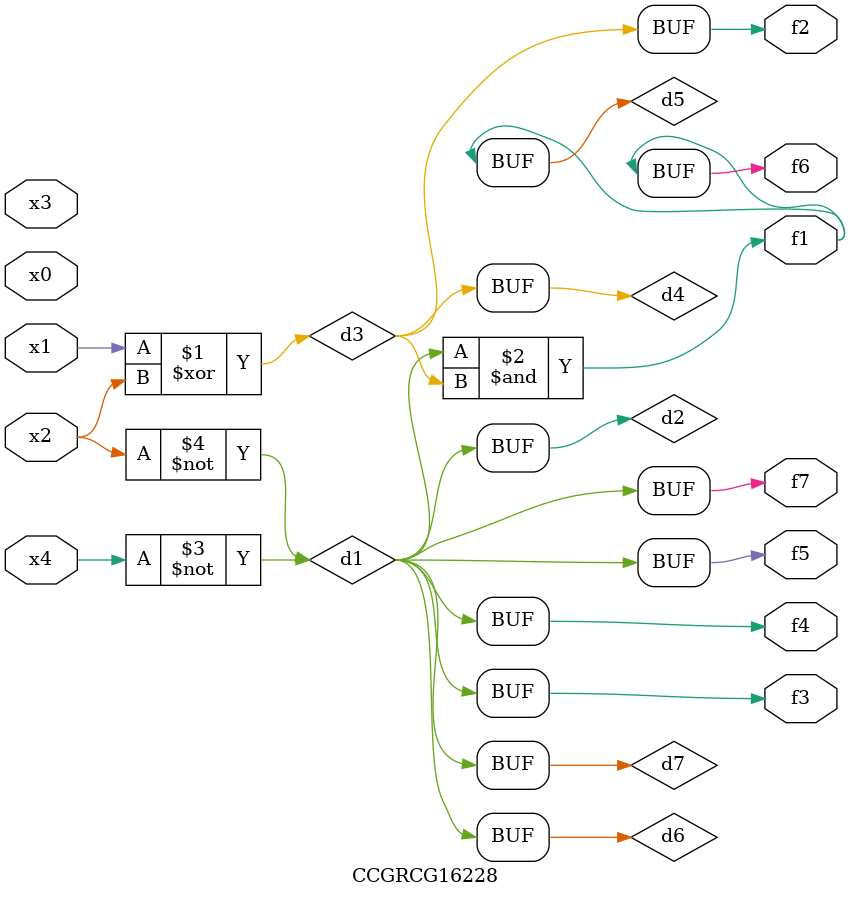
<source format=v>
module CCGRCG16228(
	input x0, x1, x2, x3, x4,
	output f1, f2, f3, f4, f5, f6, f7
);

	wire d1, d2, d3, d4, d5, d6, d7;

	not (d1, x4);
	not (d2, x2);
	xor (d3, x1, x2);
	buf (d4, d3);
	and (d5, d1, d3);
	buf (d6, d1, d2);
	buf (d7, d2);
	assign f1 = d5;
	assign f2 = d4;
	assign f3 = d7;
	assign f4 = d7;
	assign f5 = d7;
	assign f6 = d5;
	assign f7 = d7;
endmodule

</source>
